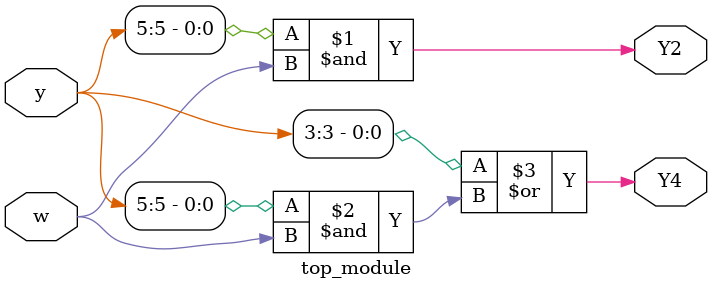
<source format=sv>
module top_module (
	input [6:1] y,
	input w,
	output Y2,
	output Y4
);

	assign Y2 = y[5] & w;
	assign Y4 = y[3] | y[5] & w;

endmodule

</source>
